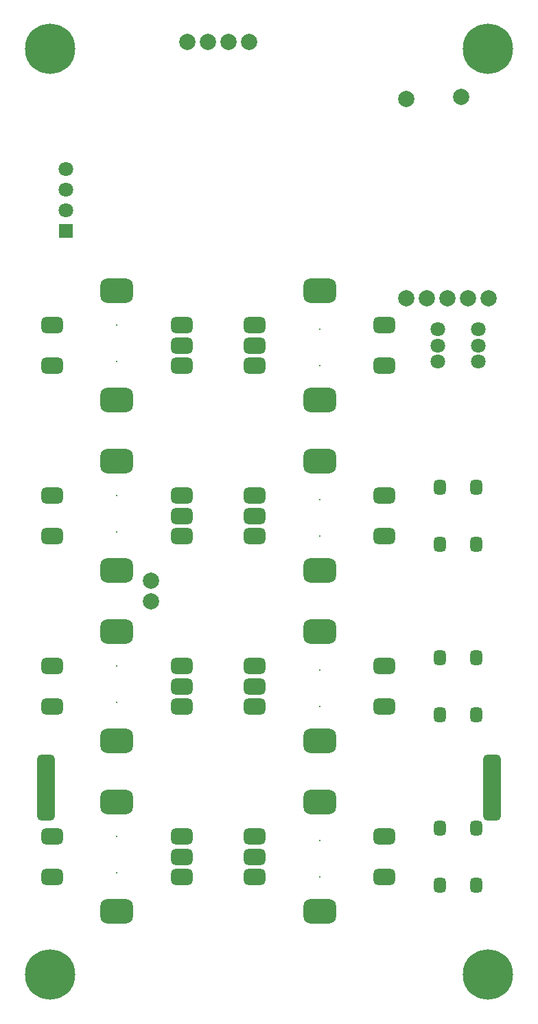
<source format=gts>
G04*
G04 #@! TF.GenerationSoftware,Altium Limited,Altium Designer,23.4.1 (23)*
G04*
G04 Layer_Color=8388736*
%FSLAX44Y44*%
%MOMM*%
G71*
G04*
G04 #@! TF.SameCoordinates,ED8CA8E1-86DF-42A4-AF38-516AE62C0134*
G04*
G04*
G04 #@! TF.FilePolarity,Negative*
G04*
G01*
G75*
G04:AMPARAMS|DCode=17|XSize=1.8mm|YSize=1.5mm|CornerRadius=0.425mm|HoleSize=0mm|Usage=FLASHONLY|Rotation=90.000|XOffset=0mm|YOffset=0mm|HoleType=Round|Shape=RoundedRectangle|*
%AMROUNDEDRECTD17*
21,1,1.8000,0.6500,0,0,90.0*
21,1,0.9500,1.5000,0,0,90.0*
1,1,0.8500,0.3250,0.4750*
1,1,0.8500,0.3250,-0.4750*
1,1,0.8500,-0.3250,-0.4750*
1,1,0.8500,-0.3250,0.4750*
%
%ADD17ROUNDEDRECTD17*%
G04:AMPARAMS|DCode=18|XSize=3mm|YSize=4mm|CornerRadius=0.8mm|HoleSize=0mm|Usage=FLASHONLY|Rotation=270.000|XOffset=0mm|YOffset=0mm|HoleType=Round|Shape=RoundedRectangle|*
%AMROUNDEDRECTD18*
21,1,3.0000,2.4000,0,0,270.0*
21,1,1.4000,4.0000,0,0,270.0*
1,1,1.6000,-1.2000,-0.7000*
1,1,1.6000,-1.2000,0.7000*
1,1,1.6000,1.2000,0.7000*
1,1,1.6000,1.2000,-0.7000*
%
%ADD18ROUNDEDRECTD18*%
G04:AMPARAMS|DCode=19|XSize=2mm|YSize=2.7mm|CornerRadius=0.55mm|HoleSize=0mm|Usage=FLASHONLY|Rotation=270.000|XOffset=0mm|YOffset=0mm|HoleType=Round|Shape=RoundedRectangle|*
%AMROUNDEDRECTD19*
21,1,2.0000,1.6000,0,0,270.0*
21,1,0.9000,2.7000,0,0,270.0*
1,1,1.1000,-0.8000,-0.4500*
1,1,1.1000,-0.8000,0.4500*
1,1,1.1000,0.8000,0.4500*
1,1,1.1000,0.8000,-0.4500*
%
%ADD19ROUNDEDRECTD19*%
%ADD20R,1.8000X1.8000*%
%ADD21C,1.8000*%
%ADD22C,2.0000*%
%ADD23C,0.2000*%
G04:AMPARAMS|DCode=24|XSize=2.2mm|YSize=8.2mm|CornerRadius=0.6mm|HoleSize=0mm|Usage=FLASHONLY|Rotation=0.000|XOffset=0mm|YOffset=0mm|HoleType=Round|Shape=RoundedRectangle|*
%AMROUNDEDRECTD24*
21,1,2.2000,7.0000,0,0,0.0*
21,1,1.0000,8.2000,0,0,0.0*
1,1,1.2000,0.5000,-3.5000*
1,1,1.2000,-0.5000,-3.5000*
1,1,1.2000,-0.5000,3.5000*
1,1,1.2000,0.5000,3.5000*
%
%ADD24ROUNDEDRECTD24*%
%ADD25C,6.2000*%
D17*
X555500Y210000D02*
D03*
Y140000D02*
D03*
X510500D02*
D03*
Y210000D02*
D03*
X555500Y420000D02*
D03*
Y350000D02*
D03*
X510500D02*
D03*
Y420000D02*
D03*
X555500Y630000D02*
D03*
Y560000D02*
D03*
X510500D02*
D03*
Y630000D02*
D03*
D18*
X362000Y107500D02*
D03*
Y242500D02*
D03*
X112000D02*
D03*
Y107500D02*
D03*
X362000Y317500D02*
D03*
Y452500D02*
D03*
X112000Y452500D02*
D03*
Y317500D02*
D03*
X362000Y527500D02*
D03*
Y662500D02*
D03*
X112000D02*
D03*
Y527500D02*
D03*
X362000Y737500D02*
D03*
Y872500D02*
D03*
X112000D02*
D03*
Y737500D02*
D03*
D19*
X442000Y150000D02*
D03*
Y200000D02*
D03*
X282000D02*
D03*
Y175000D02*
D03*
Y150000D02*
D03*
X32000Y200000D02*
D03*
Y150000D02*
D03*
X192000D02*
D03*
Y175000D02*
D03*
Y200000D02*
D03*
X442000Y360000D02*
D03*
Y410000D02*
D03*
X282000D02*
D03*
Y385000D02*
D03*
Y360000D02*
D03*
X32000Y410000D02*
D03*
Y360000D02*
D03*
X192000D02*
D03*
Y385000D02*
D03*
Y410000D02*
D03*
X442000Y570000D02*
D03*
Y620000D02*
D03*
X282000D02*
D03*
Y595000D02*
D03*
Y570000D02*
D03*
X32000Y620000D02*
D03*
Y570000D02*
D03*
X192000D02*
D03*
Y595000D02*
D03*
Y620000D02*
D03*
X442000Y780000D02*
D03*
Y830000D02*
D03*
X282000D02*
D03*
Y805000D02*
D03*
Y780000D02*
D03*
X32000Y830000D02*
D03*
Y780000D02*
D03*
X192000D02*
D03*
Y805000D02*
D03*
Y830000D02*
D03*
D20*
X49000Y945900D02*
D03*
D21*
Y971300D02*
D03*
Y996700D02*
D03*
Y1022100D02*
D03*
X508000Y825000D02*
D03*
Y805000D02*
D03*
Y785000D02*
D03*
X558000Y825000D02*
D03*
Y805000D02*
D03*
Y785000D02*
D03*
D22*
X198900Y1178920D02*
D03*
X224300D02*
D03*
X249700D02*
D03*
X275100D02*
D03*
X154000Y490000D02*
D03*
Y515000D02*
D03*
X570400Y863000D02*
D03*
X545000D02*
D03*
X519600D02*
D03*
X494200D02*
D03*
X468800D02*
D03*
X536600Y1111000D02*
D03*
X468800Y1108500D02*
D03*
D23*
X362000Y150000D02*
D03*
Y195000D02*
D03*
X112000Y200000D02*
D03*
Y155000D02*
D03*
X362000Y360000D02*
D03*
Y405000D02*
D03*
X112000Y410000D02*
D03*
Y365000D02*
D03*
X362000Y570000D02*
D03*
Y615000D02*
D03*
X112000Y620000D02*
D03*
Y575000D02*
D03*
X362000Y780000D02*
D03*
Y825000D02*
D03*
X112000Y830000D02*
D03*
Y785000D02*
D03*
D24*
X25000Y260000D02*
D03*
X575000D02*
D03*
D25*
X570000Y30000D02*
D03*
X30000D02*
D03*
X570000Y1170000D02*
D03*
X30000D02*
D03*
M02*

</source>
